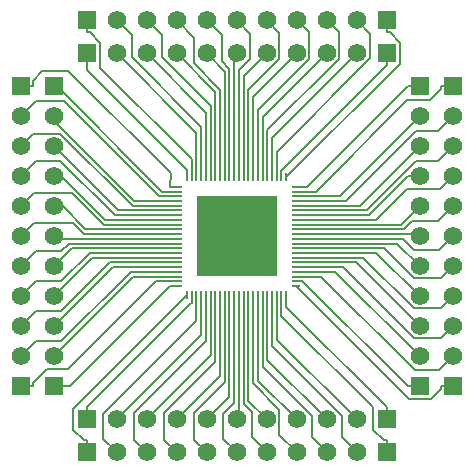
<source format=gtl>
G04 Layer: TopLayer*
G04 EasyEDA v6.5.23, 2023-09-13 20:10:37*
G04 8cb85547c76b4b6bafe6db91d84ccfe4,770f52a9c06342aeb7d9f723a0e8078a,10*
G04 Gerber Generator version 0.2*
G04 Scale: 100 percent, Rotated: No, Reflected: No *
G04 Dimensions in millimeters *
G04 leading zeros omitted , absolute positions ,4 integer and 5 decimal *
%FSLAX45Y45*%
%MOMM*%

%ADD10C,0.2032*%
%ADD11R,0.8000X0.2000*%
%ADD12R,0.2000X0.8000*%
%ADD13R,6.7500X6.7500*%
%ADD14C,1.5748*%
%ADD15R,1.5748X1.5748*%
%ADD16R,0.0106X1.5748*%

%LPD*%
D10*
X1206500Y-139700D02*
G01*
X1333500Y-266700D01*
X1333500Y-451612D01*
X1748510Y-866622D01*
X1748510Y-1468501D01*
X1405636Y-1548637D02*
G01*
X1412239Y-1432560D01*
X538479Y-568960D01*
X325120Y-568960D01*
X241300Y-652779D01*
X241300Y-698500D01*
X419100Y-698500D02*
G01*
X444500Y-698500D01*
X1334515Y-1588515D01*
X1468373Y-1588515D01*
X419100Y-952500D02*
G01*
X419100Y-988060D01*
X1099565Y-1668526D01*
X1468373Y-1668526D01*
X139700Y-1206500D02*
G01*
X248920Y-1097279D01*
X477520Y-1097279D01*
X1088644Y-1708404D01*
X1468373Y-1708404D01*
X1468373Y-1628394D02*
G01*
X1313434Y-1628394D01*
X508000Y-822960D01*
X269239Y-822960D01*
X139700Y-952500D01*
X1405636Y-1748536D02*
G01*
X961136Y-1748536D01*
X419100Y-1206500D01*
X139700Y-1460500D02*
G01*
X269239Y-1330960D01*
X477520Y-1330960D01*
X934973Y-1788413D01*
X1468373Y-1788413D01*
X1468373Y-1828545D02*
G01*
X853186Y-1828545D01*
X485139Y-1460500D01*
X419100Y-1460500D01*
X1468373Y-1868423D02*
G01*
X842263Y-1868423D01*
X577342Y-1603502D01*
X250952Y-1603502D01*
X139700Y-1714500D01*
X1468373Y-1908555D02*
G01*
X689355Y-1908555D01*
X495300Y-1714500D01*
X419100Y-1714500D01*
X1468373Y-1948434D02*
G01*
X678434Y-1948434D01*
X584962Y-1854962D01*
X253237Y-1854962D01*
X139700Y-1968500D01*
X2476500Y-419100D02*
G01*
X2108504Y-787095D01*
X2108504Y-1468501D01*
X3797300Y-2476500D02*
G01*
X3695496Y-2578303D01*
X3470986Y-2578303D01*
X3041192Y-2148509D01*
X2468499Y-2148509D01*
X1460500Y-3517900D02*
G01*
X1828495Y-3149904D01*
X1828495Y-2468498D01*
X952500Y-419100D02*
G01*
X1628495Y-1095095D01*
X1628495Y-1468501D01*
X2476500Y-139700D02*
G01*
X2578303Y-241503D01*
X2578303Y-466013D01*
X2148509Y-895807D01*
X2148509Y-1468501D01*
X3238500Y-520725D02*
G01*
X2353614Y-1405610D01*
X2348509Y-1405610D01*
X3238500Y-419100D02*
G01*
X3238500Y-520725D01*
X2348509Y-1468501D02*
G01*
X2348509Y-1405610D01*
X3797300Y-2222500D02*
G01*
X3695496Y-2324303D01*
X3470986Y-2324303D01*
X3215182Y-2068499D01*
X2468499Y-2068499D01*
X1968500Y-3797300D02*
G01*
X1854377Y-3683177D01*
X1854377Y-3470097D01*
X1948510Y-3375964D01*
X1948510Y-2468498D01*
X1714500Y-3517900D02*
G01*
X1908505Y-3323894D01*
X1908505Y-2468498D01*
X1468501Y-2108504D02*
G01*
X725170Y-2108504D01*
X484174Y-2349500D01*
X266700Y-2349500D01*
X139700Y-2476500D01*
X952500Y-3517900D02*
G01*
X1668500Y-2801899D01*
X1668500Y-2468498D01*
X1460500Y-3797300D02*
G01*
X1351889Y-3688689D01*
X1351889Y-3467023D01*
X1788490Y-3030423D01*
X1788490Y-2468498D01*
X2984500Y-3797300D02*
G01*
X2857525Y-3670325D01*
X2857525Y-3485413D01*
X2268499Y-2896387D01*
X2268499Y-2468498D01*
X3797300Y-2984500D02*
G01*
X3681196Y-3100603D01*
X3475304Y-3100603D01*
X2683205Y-2308504D01*
X2468499Y-2308504D01*
X2468499Y-1868500D02*
G01*
X3363899Y-1868500D01*
X3517900Y-1714500D01*
X3797300Y-1460500D02*
G01*
X3690365Y-1567434D01*
X3411042Y-1567434D01*
X3149981Y-1828495D01*
X2468499Y-1828495D01*
X1868500Y-1468501D02*
G01*
X1868500Y-573100D01*
X1714500Y-419100D01*
X952500Y-139700D02*
G01*
X1079500Y-266700D01*
X1079500Y-451586D01*
X1668500Y-1040587D01*
X1668500Y-1468501D01*
X1206500Y-419100D02*
G01*
X1708505Y-921105D01*
X1708505Y-1468501D01*
X1460500Y-139700D02*
G01*
X1605813Y-285013D01*
X1605813Y-502386D01*
X1828495Y-725068D01*
X1828495Y-1468501D01*
X2222500Y-419100D02*
G01*
X2028494Y-613105D01*
X2028494Y-1468501D01*
X2730500Y-419100D02*
G01*
X2188489Y-961110D01*
X2188489Y-1468501D01*
X2730500Y-139700D02*
G01*
X2832303Y-241503D01*
X2832303Y-466013D01*
X2228494Y-1069822D01*
X2228494Y-1468501D01*
X2468499Y-1908505D02*
G01*
X3385845Y-1908505D01*
X3452850Y-1841500D01*
X3670300Y-1841500D01*
X3797300Y-1714500D01*
X3517900Y-2222500D02*
G01*
X3323894Y-2028494D01*
X2468499Y-2028494D01*
X3517900Y-2476500D02*
G01*
X3149904Y-2108504D01*
X2468499Y-2108504D01*
X3517900Y-2984500D02*
G01*
X2801899Y-2268499D01*
X2468499Y-2268499D01*
X2984500Y-3517900D02*
G01*
X2308504Y-2841904D01*
X2308504Y-2468498D01*
X1714500Y-3797300D02*
G01*
X1605889Y-3688689D01*
X1605889Y-3467023D01*
X1868500Y-3204413D01*
X1868500Y-2468498D01*
X1206500Y-3797300D02*
G01*
X1097889Y-3688689D01*
X1097889Y-3466998D01*
X1708505Y-2856382D01*
X1708505Y-2468498D01*
X241325Y-3238500D02*
G01*
X241325Y-3213100D01*
X363296Y-3091129D01*
X542874Y-3091129D01*
X1285494Y-2348509D01*
X1468501Y-2348509D01*
X139700Y-3238500D02*
G01*
X241325Y-3238500D01*
X1548511Y-1405610D02*
G01*
X698500Y-555599D01*
X698500Y-419100D01*
X1548511Y-1468501D02*
G01*
X1548511Y-1405610D01*
X1588490Y-1468501D02*
G01*
X1588490Y-1315389D01*
X813790Y-540689D01*
X813790Y-331215D01*
X723900Y-241325D01*
X698500Y-241325D01*
X698500Y-139700D02*
G01*
X698500Y-241325D01*
X1468501Y-2068499D02*
G01*
X573100Y-2068499D01*
X419100Y-2222500D01*
X1468501Y-2188489D02*
G01*
X899185Y-2188489D01*
X484174Y-2603500D01*
X266700Y-2603500D01*
X139700Y-2730500D01*
X1468501Y-2268499D02*
G01*
X1073175Y-2268499D01*
X484174Y-2857500D01*
X266700Y-2857500D01*
X139700Y-2984500D01*
X1468501Y-2028494D02*
G01*
X551179Y-2028494D01*
X484174Y-2095500D01*
X266700Y-2095500D01*
X139700Y-2222500D01*
X1468501Y-2148509D02*
G01*
X747090Y-2148509D01*
X419100Y-2476500D01*
X419100Y-3238500D02*
G01*
X555599Y-3238500D01*
X1405610Y-2388488D01*
X1468501Y-2388488D02*
G01*
X1405610Y-2388488D01*
X698500Y-3695674D02*
G01*
X673100Y-3695674D01*
X587070Y-3609644D01*
X587070Y-3429939D01*
X1548511Y-2468498D01*
X698500Y-3797300D02*
G01*
X698500Y-3695674D01*
X698500Y-3416274D02*
G01*
X1583385Y-2531389D01*
X1588490Y-2531389D01*
X698500Y-3517900D02*
G01*
X698500Y-3416274D01*
X1588490Y-2468498D02*
G01*
X1588490Y-2531389D01*
X952500Y-3797300D02*
G01*
X836396Y-3681196D01*
X836396Y-3475304D01*
X1628495Y-2683205D01*
X1628495Y-2468498D01*
X1206500Y-3517900D02*
G01*
X1748510Y-2975889D01*
X1748510Y-2468498D01*
X1968500Y-3517900D02*
G01*
X1988489Y-3497910D01*
X1988489Y-2468498D01*
X2476500Y-3797300D02*
G01*
X2331211Y-3652012D01*
X2331211Y-3434613D01*
X2108504Y-3211906D01*
X2108504Y-2468498D01*
X2730500Y-3517900D02*
G01*
X2228494Y-3015894D01*
X2228494Y-2468498D01*
X2348509Y-2468498D02*
G01*
X2348509Y-2639034D01*
X3123209Y-3413734D01*
X3123209Y-3605784D01*
X3213100Y-3695674D01*
X3238500Y-3695674D01*
X3238500Y-3797300D02*
G01*
X3238500Y-3695674D01*
X2388488Y-2468498D02*
G01*
X2388488Y-2566263D01*
X3238500Y-3416274D01*
X3238500Y-3517900D02*
G01*
X3238500Y-3416274D01*
X3695674Y-3238500D02*
G01*
X3695674Y-3263900D01*
X3611499Y-3348075D01*
X3428085Y-3348075D01*
X2468499Y-2388488D01*
X3797300Y-3238500D02*
G01*
X3695674Y-3238500D01*
X3416274Y-3238500D02*
G01*
X2531389Y-2353614D01*
X2531389Y-2348509D01*
X3517900Y-3238500D02*
G01*
X3416274Y-3238500D01*
X2468499Y-2348509D02*
G01*
X2531389Y-2348509D01*
X2468499Y-1788490D02*
G01*
X3093643Y-1788490D01*
X3421634Y-1460500D01*
X3517900Y-1460500D01*
X3797300Y-952500D02*
G01*
X3670300Y-1079500D01*
X3485413Y-1079500D01*
X2896412Y-1668500D01*
X2468499Y-1668500D01*
X2468499Y-1548511D02*
G01*
X2566263Y-1548511D01*
X3416274Y-698500D01*
X3517900Y-698500D02*
G01*
X3416274Y-698500D01*
X2984500Y-139700D02*
G01*
X3100603Y-255803D01*
X3100603Y-461695D01*
X2308504Y-1253794D01*
X2308504Y-1468501D01*
X2984500Y-419100D02*
G01*
X2268499Y-1135100D01*
X2268499Y-1468501D01*
X2222500Y-139700D02*
G01*
X2331135Y-248335D01*
X2331135Y-469976D01*
X2068499Y-732612D01*
X2068499Y-1468501D01*
X1968500Y-139700D02*
G01*
X2082622Y-253822D01*
X2082622Y-466902D01*
X1988489Y-561035D01*
X1988489Y-1468501D01*
X1908505Y-1468501D02*
G01*
X1908505Y-551154D01*
X1841525Y-484174D01*
X1841525Y-266725D01*
X1714500Y-139700D01*
X139700Y-698500D02*
G01*
X241325Y-698500D01*
X1468501Y-1548511D02*
G01*
X1405610Y-1548511D01*
X1468501Y-2308504D02*
G01*
X1095095Y-2308504D01*
X419100Y-2984500D01*
X1468501Y-2228494D02*
G01*
X921105Y-2228494D01*
X419100Y-2730500D01*
X1468501Y-1988489D02*
G01*
X439089Y-1988489D01*
X419100Y-1968500D01*
X1468501Y-1748510D02*
G01*
X1405610Y-1748510D01*
X2028494Y-2468498D02*
G01*
X2028494Y-3385820D01*
X2095500Y-3452825D01*
X2095500Y-3670300D01*
X2222500Y-3797300D01*
X2068499Y-2468498D02*
G01*
X2068499Y-3363899D01*
X2222500Y-3517900D01*
X2476500Y-3517900D02*
G01*
X2148509Y-3189909D01*
X2148509Y-2468498D01*
X2730500Y-3797300D02*
G01*
X2603525Y-3670325D01*
X2603525Y-3485413D01*
X2188489Y-3070377D01*
X2188489Y-2468498D01*
X3797300Y-2730500D02*
G01*
X3695496Y-2832303D01*
X3470986Y-2832303D01*
X2867177Y-2228494D01*
X2468499Y-2228494D01*
X3517900Y-2730500D02*
G01*
X2975889Y-2188489D01*
X2468499Y-2188489D01*
X3797300Y-1968500D02*
G01*
X3683177Y-2082622D01*
X3470097Y-2082622D01*
X3375964Y-1988489D01*
X2468499Y-1988489D01*
X3517900Y-1968500D02*
G01*
X3497910Y-1948510D01*
X2468499Y-1948510D01*
X3797300Y-1206500D02*
G01*
X3670300Y-1333500D01*
X3485413Y-1333500D01*
X3070402Y-1748510D01*
X2468499Y-1748510D01*
X3517900Y-1206500D02*
G01*
X3015894Y-1708505D01*
X2468499Y-1708505D01*
X3517900Y-952500D02*
G01*
X2841904Y-1628495D01*
X2468499Y-1628495D01*
X2468499Y-1588490D02*
G01*
X2639059Y-1588490D01*
X3413759Y-813790D01*
X3605784Y-813790D01*
X3695674Y-723900D01*
X3695674Y-698500D01*
X3797300Y-698500D02*
G01*
X3695674Y-698500D01*
X3238500Y-241325D02*
G01*
X3263900Y-241325D01*
X3349904Y-327329D01*
X3349904Y-507085D01*
X2388488Y-1468501D01*
X3238500Y-139700D02*
G01*
X3238500Y-241325D01*
X1968500Y-419100D02*
G01*
X1948510Y-439089D01*
X1948510Y-1468501D01*
X1460500Y-419100D02*
G01*
X1788490Y-747090D01*
X1788490Y-1468501D01*
D11*
G01*
X1468501Y-1548511D03*
G01*
X1468501Y-1588490D03*
G01*
X1468501Y-1628495D03*
G01*
X1468501Y-1668500D03*
G01*
X1468501Y-1708505D03*
G01*
X1468501Y-1748510D03*
G01*
X1468501Y-1788490D03*
G01*
X1468501Y-1828495D03*
G01*
X1468501Y-1868500D03*
G01*
X1468501Y-1908505D03*
G01*
X1468501Y-1948510D03*
G01*
X1468501Y-1988489D03*
G01*
X1468501Y-2028494D03*
G01*
X1468501Y-2068499D03*
G01*
X1468501Y-2108504D03*
G01*
X1468501Y-2148509D03*
G01*
X1468501Y-2188489D03*
G01*
X1468501Y-2228494D03*
G01*
X1468501Y-2268499D03*
G01*
X1468501Y-2308504D03*
G01*
X1468501Y-2348509D03*
G01*
X1468501Y-2388488D03*
D12*
G01*
X1548511Y-2468498D03*
G01*
X1588490Y-2468498D03*
G01*
X1628495Y-2468498D03*
G01*
X1668500Y-2468498D03*
G01*
X1708505Y-2468498D03*
G01*
X1748510Y-2468498D03*
G01*
X1788490Y-2468498D03*
G01*
X1828495Y-2468498D03*
G01*
X1868500Y-2468498D03*
G01*
X1908505Y-2468498D03*
G01*
X1948510Y-2468498D03*
G01*
X1988489Y-2468498D03*
G01*
X2028494Y-2468498D03*
G01*
X2068499Y-2468498D03*
G01*
X2108504Y-2468498D03*
G01*
X2148509Y-2468498D03*
G01*
X2188489Y-2468498D03*
G01*
X2228494Y-2468498D03*
G01*
X2268499Y-2468498D03*
G01*
X2308504Y-2468498D03*
G01*
X2348509Y-2468498D03*
G01*
X2388488Y-2468498D03*
D11*
G01*
X2468499Y-2388488D03*
G01*
X2468499Y-2348509D03*
G01*
X2468499Y-2308504D03*
G01*
X2468499Y-2268499D03*
G01*
X2468499Y-2228494D03*
G01*
X2468499Y-2188489D03*
G01*
X2468499Y-2148509D03*
G01*
X2468499Y-2108504D03*
G01*
X2468499Y-2068499D03*
G01*
X2468499Y-2028494D03*
G01*
X2468499Y-1988489D03*
G01*
X2468499Y-1948510D03*
G01*
X2468499Y-1908505D03*
G01*
X2468499Y-1868500D03*
G01*
X2468499Y-1828495D03*
G01*
X2468499Y-1788490D03*
G01*
X2468499Y-1748510D03*
G01*
X2468499Y-1708505D03*
G01*
X2468499Y-1668500D03*
G01*
X2468499Y-1628495D03*
G01*
X2468499Y-1588490D03*
G01*
X2468499Y-1548511D03*
D12*
G01*
X2388488Y-1468501D03*
G01*
X2348509Y-1468501D03*
G01*
X2308504Y-1468501D03*
G01*
X2268499Y-1468501D03*
G01*
X2228494Y-1468501D03*
G01*
X2188489Y-1468501D03*
G01*
X2148509Y-1468501D03*
G01*
X2108504Y-1468501D03*
G01*
X2068499Y-1468501D03*
G01*
X2028494Y-1468501D03*
G01*
X1988489Y-1468501D03*
G01*
X1948510Y-1468501D03*
G01*
X1908505Y-1468501D03*
G01*
X1868500Y-1468501D03*
G01*
X1828495Y-1468501D03*
G01*
X1788490Y-1468501D03*
G01*
X1748510Y-1468501D03*
G01*
X1708505Y-1468501D03*
G01*
X1668500Y-1468501D03*
G01*
X1628495Y-1468501D03*
G01*
X1588490Y-1468501D03*
G01*
X1548511Y-1468501D03*
D13*
G01*
X1968500Y-1968500D03*
D14*
G01*
X139700Y-2984500D03*
G01*
X139700Y-2730500D03*
G01*
X139700Y-2476500D03*
G01*
X139700Y-2222500D03*
G01*
X139700Y-1968500D03*
G01*
X139700Y-1714500D03*
G01*
X139700Y-1460500D03*
G01*
X139700Y-1206500D03*
G01*
X139700Y-952500D03*
D15*
G01*
X139700Y-698500D03*
D14*
G01*
X419100Y-2984500D03*
G01*
X419100Y-2730500D03*
G01*
X419100Y-2476500D03*
G01*
X419100Y-2222500D03*
G01*
X419100Y-1968500D03*
G01*
X419100Y-1714500D03*
G01*
X419100Y-1460500D03*
G01*
X419100Y-1206500D03*
G01*
X419100Y-952500D03*
D15*
G01*
X419100Y-698500D03*
G01*
X698500Y-139700D03*
G01*
X698500Y-419100D03*
G01*
X139700Y-3238500D03*
G01*
X419100Y-3238500D03*
D14*
G01*
X2984500Y-3797300D03*
G01*
X2730500Y-3797300D03*
G01*
X2476500Y-3797300D03*
G01*
X2222500Y-3797300D03*
G01*
X1968500Y-3797300D03*
G01*
X1714500Y-3797300D03*
G01*
X1460500Y-3797300D03*
G01*
X1206500Y-3797300D03*
G01*
X952500Y-3797300D03*
D15*
G01*
X698500Y-3797300D03*
D14*
G01*
X2984500Y-3517900D03*
G01*
X2730500Y-3517900D03*
G01*
X2476500Y-3517900D03*
G01*
X2222500Y-3517900D03*
G01*
X1968500Y-3517900D03*
G01*
X1714500Y-3517900D03*
G01*
X1460500Y-3517900D03*
G01*
X1206500Y-3517900D03*
G01*
X952500Y-3517900D03*
D15*
G01*
X698500Y-3517900D03*
G01*
X3238500Y-3797300D03*
G01*
X3238500Y-3517900D03*
D14*
G01*
X3797300Y-952500D03*
G01*
X3797300Y-1206500D03*
G01*
X3797300Y-1460500D03*
G01*
X3797300Y-1714500D03*
G01*
X3797300Y-1968500D03*
G01*
X3797300Y-2222500D03*
G01*
X3797300Y-2476500D03*
G01*
X3797300Y-2730500D03*
G01*
X3797300Y-2984500D03*
D15*
G01*
X3797300Y-3238500D03*
D14*
G01*
X3517900Y-952500D03*
G01*
X3517900Y-1206500D03*
G01*
X3517900Y-1460500D03*
G01*
X3517900Y-1714500D03*
G01*
X3517900Y-1968500D03*
G01*
X3517900Y-2222500D03*
G01*
X3517900Y-2476500D03*
G01*
X3517900Y-2730500D03*
G01*
X3517900Y-2984500D03*
D15*
G01*
X3517900Y-3238500D03*
G01*
X3797300Y-698500D03*
G01*
X3517900Y-698500D03*
D14*
G01*
X952500Y-139700D03*
G01*
X1206500Y-139700D03*
G01*
X1460500Y-139700D03*
G01*
X1714500Y-139700D03*
G01*
X1968500Y-139700D03*
G01*
X2222500Y-139700D03*
G01*
X2476500Y-139700D03*
G01*
X2730500Y-139700D03*
G01*
X2984500Y-139700D03*
D15*
G01*
X3238500Y-139700D03*
D14*
G01*
X952500Y-419100D03*
G01*
X1206500Y-419100D03*
G01*
X1460500Y-419100D03*
G01*
X1714500Y-419100D03*
G01*
X1968500Y-419100D03*
G01*
X2222500Y-419100D03*
G01*
X2476500Y-419100D03*
G01*
X2730500Y-419100D03*
G01*
X2984500Y-419100D03*
D15*
G01*
X3238500Y-419100D03*
M02*

</source>
